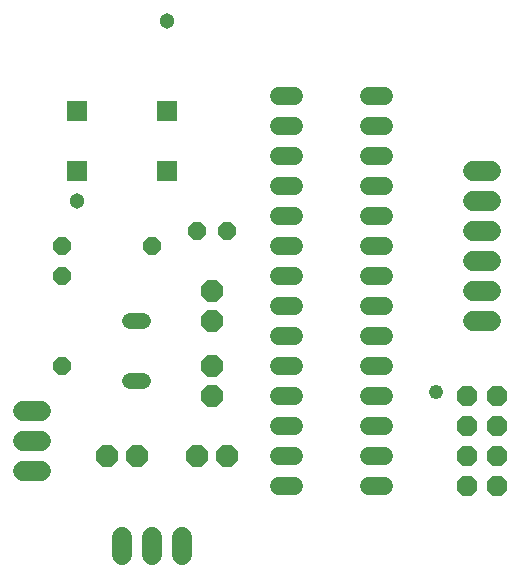
<source format=gts>
G75*
%MOIN*%
%OFA0B0*%
%FSLAX25Y25*%
%IPPOS*%
%LPD*%
%AMOC8*
5,1,8,0,0,1.08239X$1,22.5*
%
%ADD10OC8,0.07100*%
%ADD11C,0.06000*%
%ADD12C,0.06800*%
%ADD13OC8,0.06800*%
%ADD14OC8,0.06000*%
%ADD15C,0.05200*%
%ADD16R,0.06706X0.06706*%
%ADD17C,0.05131*%
%ADD18C,0.04800*%
D10*
X0236000Y0131000D03*
X0246000Y0131000D03*
X0266000Y0131000D03*
X0276000Y0131000D03*
X0271000Y0151000D03*
X0271000Y0161000D03*
X0271000Y0176000D03*
X0271000Y0186000D03*
D11*
X0293400Y0181000D02*
X0298600Y0181000D01*
X0298600Y0171000D02*
X0293400Y0171000D01*
X0293400Y0161000D02*
X0298600Y0161000D01*
X0298600Y0151000D02*
X0293400Y0151000D01*
X0293400Y0141000D02*
X0298600Y0141000D01*
X0298600Y0131000D02*
X0293400Y0131000D01*
X0293400Y0121000D02*
X0298600Y0121000D01*
X0323400Y0121000D02*
X0328600Y0121000D01*
X0328600Y0131000D02*
X0323400Y0131000D01*
X0323400Y0141000D02*
X0328600Y0141000D01*
X0328600Y0151000D02*
X0323400Y0151000D01*
X0323400Y0161000D02*
X0328600Y0161000D01*
X0328600Y0171000D02*
X0323400Y0171000D01*
X0323400Y0181000D02*
X0328600Y0181000D01*
X0328600Y0191000D02*
X0323400Y0191000D01*
X0323400Y0201000D02*
X0328600Y0201000D01*
X0328600Y0211000D02*
X0323400Y0211000D01*
X0323400Y0221000D02*
X0328600Y0221000D01*
X0328600Y0231000D02*
X0323400Y0231000D01*
X0323400Y0241000D02*
X0328600Y0241000D01*
X0328600Y0251000D02*
X0323400Y0251000D01*
X0298600Y0251000D02*
X0293400Y0251000D01*
X0293400Y0241000D02*
X0298600Y0241000D01*
X0298600Y0231000D02*
X0293400Y0231000D01*
X0293400Y0221000D02*
X0298600Y0221000D01*
X0298600Y0211000D02*
X0293400Y0211000D01*
X0293400Y0201000D02*
X0298600Y0201000D01*
X0298600Y0191000D02*
X0293400Y0191000D01*
D12*
X0214000Y0126000D02*
X0208000Y0126000D01*
X0208000Y0136000D02*
X0214000Y0136000D01*
X0214000Y0146000D02*
X0208000Y0146000D01*
X0241000Y0104000D02*
X0241000Y0098000D01*
X0251000Y0098000D02*
X0251000Y0104000D01*
X0261000Y0104000D02*
X0261000Y0098000D01*
X0358000Y0176000D02*
X0364000Y0176000D01*
X0364000Y0186000D02*
X0358000Y0186000D01*
X0358000Y0196000D02*
X0364000Y0196000D01*
X0364000Y0206000D02*
X0358000Y0206000D01*
X0358000Y0216000D02*
X0364000Y0216000D01*
X0364000Y0226000D02*
X0358000Y0226000D01*
D13*
X0356000Y0151000D03*
X0366000Y0151000D03*
X0366000Y0141000D03*
X0356000Y0141000D03*
X0356000Y0131000D03*
X0366000Y0131000D03*
X0366000Y0121000D03*
X0356000Y0121000D03*
D14*
X0251000Y0201000D03*
X0266000Y0206000D03*
X0276000Y0206000D03*
X0221000Y0201000D03*
X0221000Y0191000D03*
X0221000Y0161000D03*
D15*
X0243800Y0156000D02*
X0248200Y0156000D01*
X0248200Y0176000D02*
X0243800Y0176000D01*
D16*
X0256000Y0226000D03*
X0256000Y0246000D03*
X0226000Y0246000D03*
X0226000Y0226000D03*
D17*
X0226000Y0216000D03*
X0256000Y0276000D03*
D18*
X0345882Y0152181D03*
M02*

</source>
